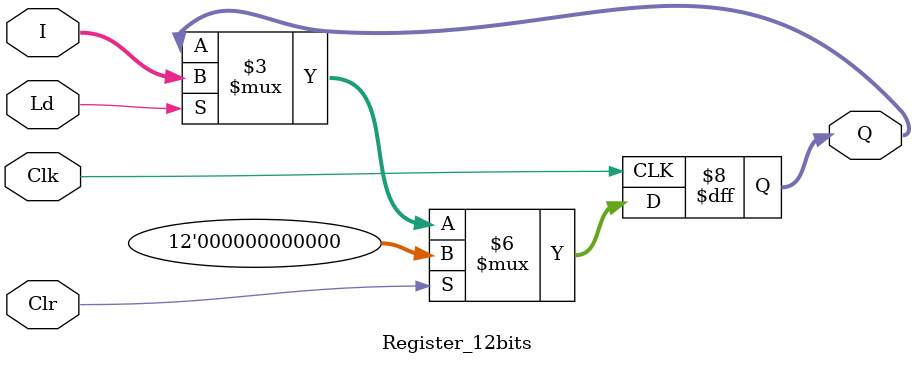
<source format=v>
`timescale 1ns / 1ps


module Register_12bits(Clk, Clr, Ld, I, Q);
    input Clk, Clr, Ld;
    input [11:0] I;
    output reg [11:0] Q;
    
    always @ (posedge Clk)begin
        if (Clr) begin
            Q <= 0;
        end
        else if(Ld) begin
            Q <= I;
        end
        else begin
            Q <= Q;
        end
    end
endmodule

</source>
